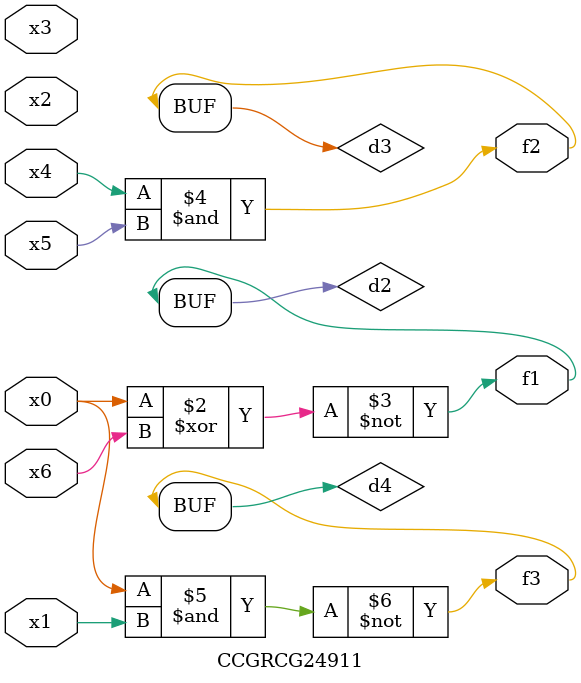
<source format=v>
module CCGRCG24911(
	input x0, x1, x2, x3, x4, x5, x6,
	output f1, f2, f3
);

	wire d1, d2, d3, d4;

	nor (d1, x0);
	xnor (d2, x0, x6);
	and (d3, x4, x5);
	nand (d4, x0, x1);
	assign f1 = d2;
	assign f2 = d3;
	assign f3 = d4;
endmodule

</source>
